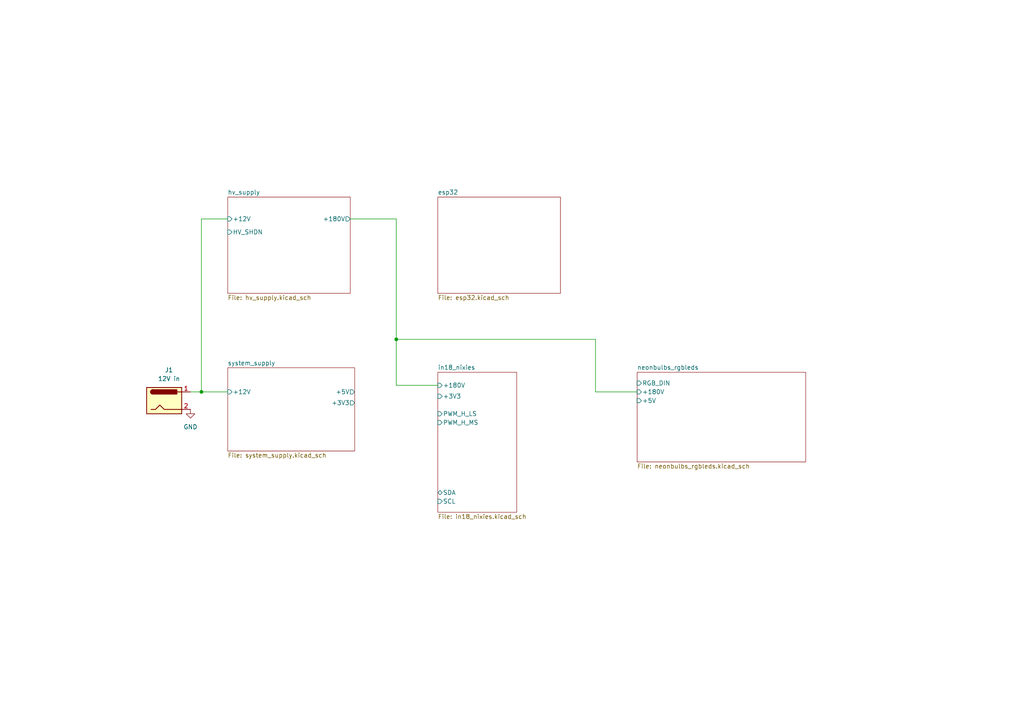
<source format=kicad_sch>
(kicad_sch (version 20210621) (generator eeschema)
  (paper "A4")
  (title_block (title "IN18 nixie clock") (date "2021-06-20") (rev "V0.1"))
  (lib_symbols
    (symbol "Connector:Barrel_Jack" (pin_names (offset 1.016))
      (property "Reference" "J" (at 0 5.334 0))
      (property "Value" "Barrel_Jack" (at 0 -5.08 0))
      (symbol "Barrel_Jack_0_1"
        (arc (start -3.302 3.175) (end -3.302 1.905) (radius (at -3.302 2.54) (length 0.635) (angles 90.1 -90.1)) (stroke (width 0.254)))
        (arc (start -3.302 3.175) (end -3.302 1.905) (radius (at -3.302 2.54) (length 0.635) (angles 90.1 -90.1)) (stroke (width 0.254)) (fill (type outline)))
        (rectangle (start 3.683 3.175) (end -3.302 1.905) (stroke (width 0.254)) (fill (type outline)))
        (rectangle (start -5.08 3.81) (end 5.08 -3.81) (stroke (width 0.254)) (fill (type background)))
        (polyline (pts (xy 5.08 2.54) (xy 3.81 2.54)) (stroke (width 0.254)))
        (polyline (pts (xy -3.81 -2.54) (xy -2.54 -2.54) (xy -1.27 -1.27) (xy 0 -2.54) (xy 2.54 -2.54) (xy 5.08 -2.54)) (stroke (width 0.254)))
      )
      (symbol "Barrel_Jack_1_1"
        (pin passive line (at 7.62 2.54 180) (length 2.54) (name "~") (number "1"))
        (pin passive line (at 7.62 -2.54 180) (length 2.54) (name "~") (number "2"))
      )
    )
    (symbol "power:GND" (power) (pin_names (offset 0))
      (property "Value" "GND" (at 0 -3.81 0))
      (symbol "GND_0_1"
        (polyline (pts (xy 0 0) (xy 0 -1.27) (xy 1.27 -1.27) (xy 0 -2.54) (xy -1.27 -1.27) (xy 0 -1.27)))
      )
      (symbol "GND_1_1"
        (pin power_in line (at 0 0 270) (length 0) hide (name "GND") (number "1"))
      )
    )
  )
  (junction (at 58.42 113.665) (diameter 0.9144))
  (junction (at 114.935 98.425) (diameter 0.9144))
  (wire (pts (xy 55.245 113.665) (xy 58.42 113.665)))
  (wire (pts (xy 58.42 63.5) (xy 58.42 113.665)))
  (wire (pts (xy 58.42 113.665) (xy 66.04 113.665)))
  (wire (pts (xy 66.04 63.5) (xy 58.42 63.5)))
  (wire (pts (xy 101.6 63.5) (xy 114.935 63.5)))
  (wire (pts (xy 114.935 63.5) (xy 114.935 98.425)))
  (wire (pts (xy 114.935 98.425) (xy 114.935 111.76)))
  (wire (pts (xy 114.935 98.425) (xy 172.72 98.425)))
  (wire (pts (xy 114.935 111.76) (xy 127 111.76)))
  (wire (pts (xy 172.72 98.425) (xy 172.72 113.665)))
  (wire (pts (xy 172.72 113.665) (xy 184.785 113.665)))
  (symbol (lib_id "power:GND") (at 55.245 118.745 0) (unit 1)
    (property "Reference" "#PWR01" (effects hide))
    (property "Value" "GND" (at 55.245 123.825 0))
  )
  (symbol (lib_id "Connector:Barrel_Jack") (at 47.625 116.205 0) (unit 1)
    (property "Reference" "J1" (at 49.022 107.315 0))
    (property "Value" "12V in" (at 49.022 109.855 0))
  )
  (sheet (at 127 57.15) (size 35.56 27.94) (stroke (width 0.0006))
    (property "Sheet name" "esp32" (at 127 56.5143 0) (effects (justify left bottom)))
    (property "Sheet file" "esp32.kicad_sch" (at 127 85.5987 0) (effects (justify left top)))
  )
  (sheet (at 66.04 57.15) (size 35.56 27.94) (stroke (width 0.0006))
    (property "Sheet name" "hv_supply" (at 66.04 56.5143 0) (effects (justify left bottom)))
    (property "Sheet file" "hv_supply.kicad_sch" (at 66.04 85.5987 0) (effects (justify left top)))
    (pin "HV_SHDN" input (at 66.04 67.31 180))
    (pin "+12V" input (at 66.04 63.5 180))
    (pin "+180V" output (at 101.6 63.5 0))
  )
  (sheet (at 127 107.95) (size 22.86 40.64) (stroke (width 0.0006))
    (property "Sheet name" "in18_nixies" (at 127 107.3143 0) (effects (justify left bottom)))
    (property "Sheet file" "in18_nixies.kicad_sch" (at 127 149.0987 0) (effects (justify left top)))
    (pin "+180V" input (at 127 111.76 180))
    (pin "+3V3" input (at 127 114.935 180))
    (pin "PWM_H_LS" input (at 127 120.015 180))
    (pin "PWM_H_MS" input (at 127 122.555 180))
    (pin "SDA" bidirectional (at 127 142.875 180))
    (pin "SCL" input (at 127 145.415 180))
  )
  (sheet (at 184.785 107.95) (size 48.895 26.035) (stroke (width 0.0006))
    (property "Sheet name" "neonbulbs_rgbleds" (at 184.785 107.3143 0) (effects (justify left bottom)))
    (property "Sheet file" "neonbulbs_rgbleds.kicad_sch" (at 184.785 134.4937 0) (effects (justify left top)))
    (pin "RGB_DIN" input (at 184.785 111.125 180))
    (pin "+180V" input (at 184.785 113.665 180))
    (pin "+5V" input (at 184.785 116.205 180))
  )
  (sheet (at 66.04 106.68) (size 36.83 24.13) (stroke (width 0.0006))
    (property "Sheet name" "system_supply" (at 66.04 106.0443 0) (effects (justify left bottom)))
    (property "Sheet file" "system_supply.kicad_sch" (at 66.04 131.3187 0) (effects (justify left top)))
    (pin "+12V" input (at 66.04 113.665 180))
    (pin "+5V" output (at 102.87 113.665 0))
    (pin "+3V3" output (at 102.87 116.84 0))
  )
)
</source>
